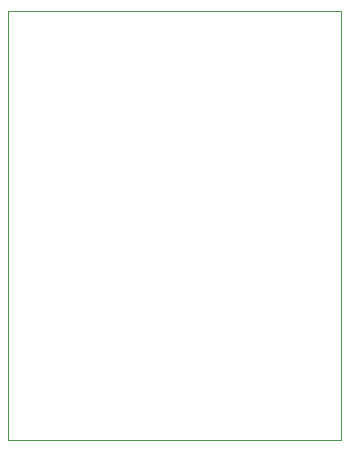
<source format=gbr>
%TF.GenerationSoftware,Altium Limited,Altium Designer,23.7.1 (13)*%
G04 Layer_Color=0*
%FSLAX45Y45*%
%MOMM*%
%TF.SameCoordinates,8B45DB0F-F0D4-485E-9900-1B50B3984352*%
%TF.FilePolarity,Positive*%
%TF.FileFunction,Profile,NP*%
%TF.Part,Single*%
G01*
G75*
%TA.AperFunction,Profile*%
%ADD41C,0.02540*%
D41*
X2501900Y9093200D02*
X5321300D01*
Y12725400D01*
X2501900D01*
Y9093200D01*
%TF.MD5,789a4cdf369b5c8506466453321a3aff*%
M02*

</source>
